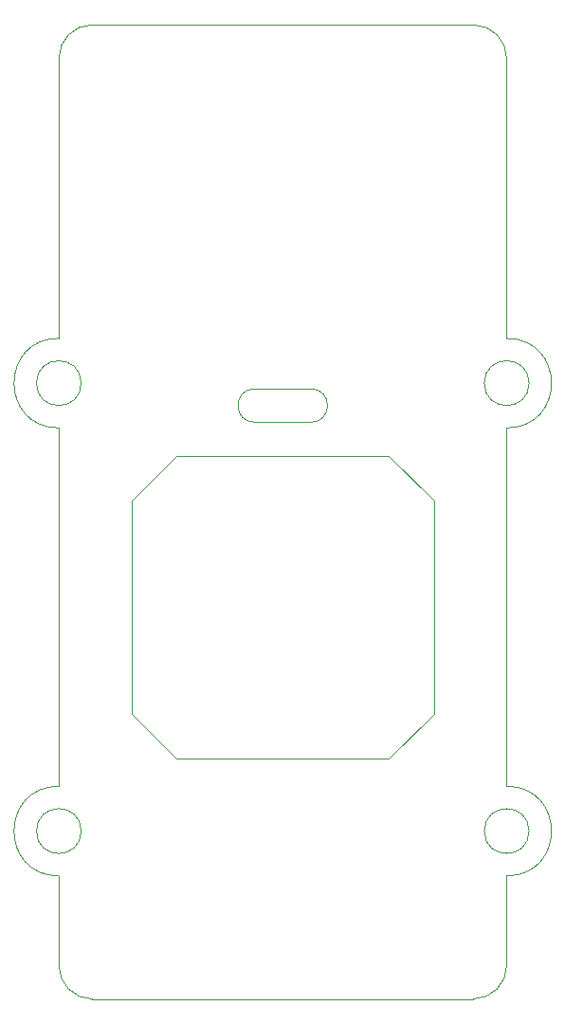
<source format=gbr>
%TF.GenerationSoftware,KiCad,Pcbnew,7.0.10*%
%TF.CreationDate,2024-02-19T04:42:38+05:30*%
%TF.ProjectId,breakout,62726561-6b6f-4757-942e-6b696361645f,rev?*%
%TF.SameCoordinates,Original*%
%TF.FileFunction,Profile,NP*%
%FSLAX46Y46*%
G04 Gerber Fmt 4.6, Leading zero omitted, Abs format (unit mm)*
G04 Created by KiCad (PCBNEW 7.0.10) date 2024-02-19 04:42:38*
%MOMM*%
%LPD*%
G01*
G04 APERTURE LIST*
%TA.AperFunction,Profile*%
%ADD10C,0.100000*%
%TD*%
G04 APERTURE END LIST*
D10*
X159000000Y-132000000D02*
G75*
G03*
X159000000Y-124000000I0J4000000D01*
G01*
X159000000Y-92000000D02*
G75*
G03*
X159000000Y-84000000I0J4000000D01*
G01*
X119000000Y-84000000D02*
G75*
G03*
X119000000Y-92000000I0J-4000000D01*
G01*
X119000000Y-124000000D02*
G75*
G03*
X119000000Y-132000000I0J-4000000D01*
G01*
X119000000Y-140000000D02*
G75*
G03*
X122000000Y-143000000I3000001J1D01*
G01*
X122000000Y-56000000D02*
G75*
G03*
X119000000Y-59000000I1J-3000001D01*
G01*
X159000000Y-59000000D02*
G75*
G03*
X156000000Y-56000000I-3000001J-1D01*
G01*
X156000000Y-143000000D02*
G75*
G03*
X159000000Y-140000000I0J3000000D01*
G01*
X159000000Y-132000000D02*
X159000000Y-140000000D01*
X122000000Y-143000000D02*
X156000000Y-143000000D01*
X119000000Y-132000000D02*
X119000000Y-140000000D01*
X119000000Y-92000000D02*
X119000000Y-124000000D01*
X119000000Y-59000000D02*
X119000000Y-84000000D01*
X156000000Y-56000000D02*
X122000000Y-56000000D01*
X159000000Y-84000000D02*
X159000000Y-59000000D01*
X159000000Y-124000000D02*
X159000000Y-92000000D01*
X121000000Y-88000000D02*
G75*
G03*
X117000000Y-88000000I-2000000J0D01*
G01*
X117000000Y-88000000D02*
G75*
G03*
X121000000Y-88000000I2000000J0D01*
G01*
X121000000Y-128000000D02*
G75*
G03*
X117000000Y-128000000I-2000000J0D01*
G01*
X117000000Y-128000000D02*
G75*
G03*
X121000000Y-128000000I2000000J0D01*
G01*
X161000000Y-88000000D02*
G75*
G03*
X157000000Y-88000000I-2000000J0D01*
G01*
X157000000Y-88000000D02*
G75*
G03*
X161000000Y-88000000I2000000J0D01*
G01*
X161000000Y-128000000D02*
G75*
G03*
X157000000Y-128000000I-2000000J0D01*
G01*
X157000000Y-128000000D02*
G75*
G03*
X161000000Y-128000000I2000000J0D01*
G01*
X129500000Y-121500000D02*
X125500000Y-117500000D01*
X141500000Y-91500000D02*
G75*
G03*
X141500000Y-88500000I0J1500000D01*
G01*
X148500000Y-121500000D02*
X129500000Y-121500000D01*
X125500000Y-98500000D02*
X129500000Y-94500000D01*
X136500000Y-88500000D02*
X141500000Y-88500000D01*
X141500000Y-91500000D02*
X136500000Y-91500000D01*
X152500000Y-98500000D02*
X148500000Y-94500000D01*
X125500000Y-117500000D02*
X125500000Y-98500000D01*
X148500000Y-94500000D02*
X129500000Y-94500000D01*
X136500000Y-88500000D02*
G75*
G03*
X136500000Y-91500000I0J-1500000D01*
G01*
X148500000Y-121500000D02*
X152500000Y-117500000D01*
X152500000Y-117500000D02*
X152500000Y-98500000D01*
M02*

</source>
